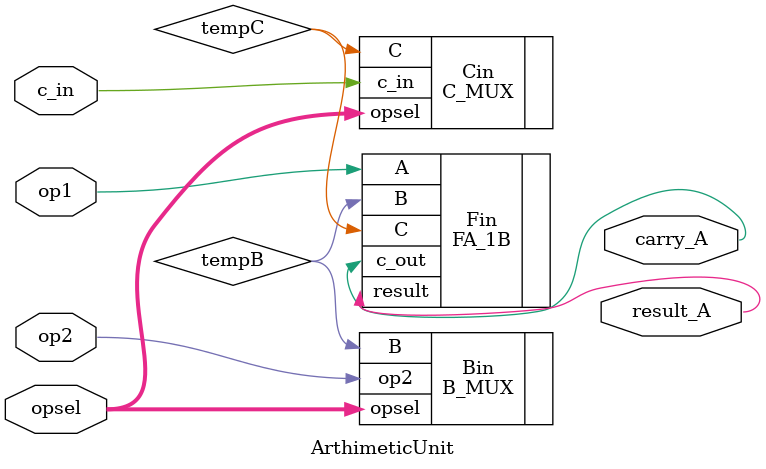
<source format=sv>
`timescale 1ns / 1ps


module ArthimeticUnit(
    input   logic op1,
    input   logic op2,
    input   logic c_in,
    output  logic result_A,
    output  logic carry_A,
    input   logic [2:0] opsel
    );
    
    logic tempB, tempC;
    
    B_MUX Bin       (
                    .op2(op2),
                    .opsel(opsel),
                    .B(tempB)
                    );
                
    C_MUX Cin       (
                    .c_in(c_in),
                    .opsel(opsel),
                    .C(tempC)
                    );
    
    FA_1B Fin       (
                    .A(op1),
                    .B(tempB),
                    .C(tempC),
                    .result(result_A),
                    .c_out(carry_A)
                    );
    
endmodule

</source>
